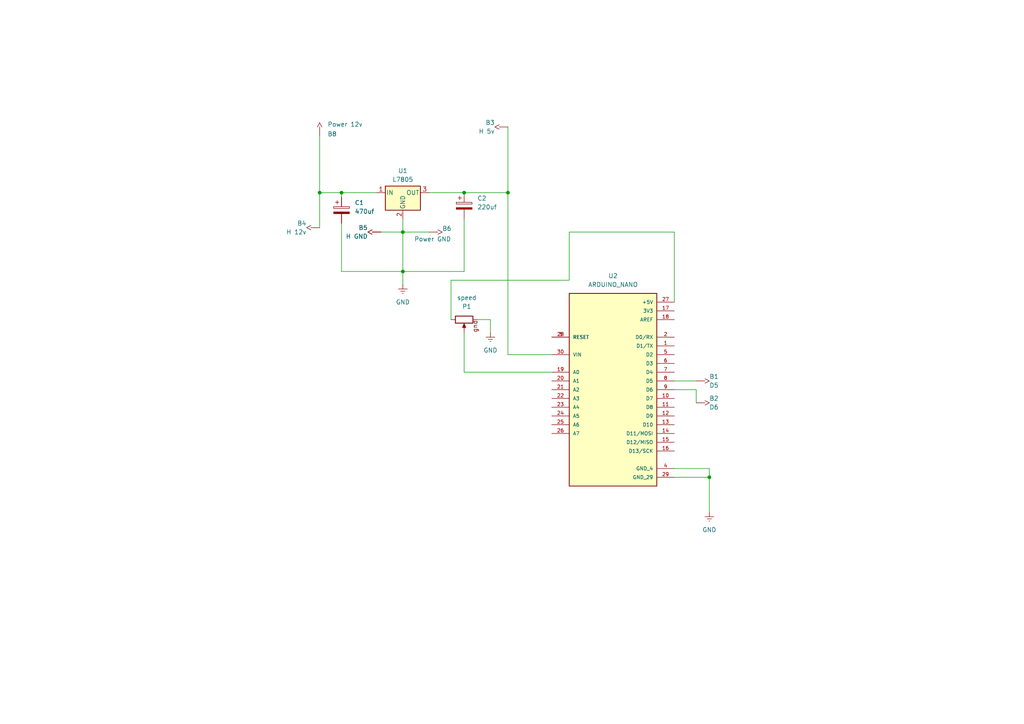
<source format=kicad_sch>
(kicad_sch (version 20250114) (generator "eeschema") (generator_version "9.0")
  (paper "A4")
  (lib_symbols
    (symbol "Arduino:ARDUINO_NANO" (pin_names (offset 1.016))
      (property "Reference" "U" (at -12.7 28.448 0))
      (property "Value" "ARDUINO_NANO" (at -12.7 -30.48 0))
      (symbol "ARDUINO_NANO_0_0"
        (rectangle (start -12.7 -27.94) (end 12.7 27.94) (stroke (width 0.254)) (fill (type background)))
        (pin input line (at -17.78 15.24 0) (length 5.08) (name "RESET") (number "28"))
        (pin input line (at -17.78 15.24 0) (length 5.08) (name "RESET") (number "3"))
        (pin input line (at -17.78 10.16 0) (length 5.08) (name "VIN") (number "30"))
        (pin input line (at -17.78 5.08 0) (length 5.08) (name "A0") (number "19"))
        (pin input line (at -17.78 2.54 0) (length 5.08) (name "A1") (number "20"))
        (pin input line (at -17.78 0 0) (length 5.08) (name "A2") (number "21"))
        (pin input line (at -17.78 -2.54 0) (length 5.08) (name "A3") (number "22"))
        (pin input line (at -17.78 -5.08 0) (length 5.08) (name "A4") (number "23"))
        (pin input line (at -17.78 -7.62 0) (length 5.08) (name "A5") (number "24"))
        (pin input line (at -17.78 -10.16 0) (length 5.08) (name "A6") (number "25"))
        (pin input line (at -17.78 -12.7 0) (length 5.08) (name "A7") (number "26"))
        (pin power_in line (at 17.78 25.4 180) (length 5.08) (name "+5V") (number "27"))
        (pin power_in line (at 17.78 22.86 180) (length 5.08) (name "3V3") (number "17"))
        (pin power_in line (at 17.78 20.32 180) (length 5.08) (name "AREF") (number "18"))
        (pin bidirectional line (at 17.78 15.24 180) (length 5.08) (name "D0/RX") (number "2"))
        (pin bidirectional line (at 17.78 12.7 180) (length 5.08) (name "D1/TX") (number "1"))
        (pin bidirectional line (at 17.78 10.16 180) (length 5.08) (name "D2") (number "5"))
        (pin bidirectional line (at 17.78 7.62 180) (length 5.08) (name "D3") (number "6"))
        (pin bidirectional line (at 17.78 5.08 180) (length 5.08) (name "D4") (number "7"))
        (pin bidirectional line (at 17.78 2.54 180) (length 5.08) (name "D5") (number "8"))
        (pin bidirectional line (at 17.78 0 180) (length 5.08) (name "D6") (number "9"))
        (pin bidirectional line (at 17.78 -2.54 180) (length 5.08) (name "D7") (number "10"))
        (pin bidirectional line (at 17.78 -5.08 180) (length 5.08) (name "D8") (number "11"))
        (pin bidirectional line (at 17.78 -7.62 180) (length 5.08) (name "D9") (number "12"))
        (pin bidirectional line (at 17.78 -10.16 180) (length 5.08) (name "D10") (number "13"))
        (pin bidirectional line (at 17.78 -12.7 180) (length 5.08) (name "D11/MOSI") (number "14"))
        (pin bidirectional line (at 17.78 -15.24 180) (length 5.08) (name "D12/MISO") (number "15"))
        (pin bidirectional line (at 17.78 -17.78 180) (length 5.08) (name "D13/SCK") (number "16"))
        (pin power_in line (at 17.78 -22.86 180) (length 5.08) (name "GND_4") (number "4"))
        (pin power_in line (at 17.78 -25.4 180) (length 5.08) (name "GND_29") (number "29"))
      )
    )
    (symbol "Pedals:Borne" (pin_numbers (hide yes)) (pin_names (hide yes))
      (property "Reference" "B" (at 0 2.794 0))
      (property "Value" "Borne" (at 0 1.524 0))
      (symbol "Borne_1_1"
        (pin passive clock (at 0 0 0) (length 2.54) (name "1") (number "1"))
      )
    )
    (symbol "Pedals:Capacitor Polarized" (pin_numbers (hide yes))
      (property "Reference" "C" (at 0 5.969 0))
      (property "Value" "Capacitor Polarized" (at 0 3.683 0))
      (symbol "Capacitor Polarized_0_1"
        (rectangle (start -0.508 -2.286) (end -1.016 2.286) (fill (type outline)))
        (rectangle (start 0.508 2.286) (end 1.016 -2.286))
        (polyline (pts (xy 2.286 1.778) (xy 2.286 0.762)))
        (polyline (pts (xy 2.794 1.27) (xy 1.778 1.27)))
      )
      (symbol "Capacitor Polarized_1_1"
        (pin passive line (at -3.81 0 0) (length 2.794) (name "~") (number "2"))
        (pin passive line (at 3.81 0 180) (length 2.794) (name "~") (number "1"))
      )
    )
    (symbol "Pedals:Potentiometer" (pin_numbers (hide yes))
      (property "Reference" "P" (at -2.921 0.762 0))
      (property "Value" "Potentiometer" (at -8.636 2.794 0))
      (symbol "Potentiometer_0_0"
        (text "gnd" (at 1.905 -3.175 0) (effects (font (size 1.27 1.27))))
      )
      (symbol "Potentiometer_0_1"
        (rectangle (start 1.016 2.54) (end -1.016 -2.54) (stroke (width 0.254)))
        (polyline (pts (xy 1.143 0) (xy 2.286 0.508) (xy 2.286 -0.508) (xy 1.143 0)) (fill (type outline)))
        (polyline (pts (xy 2.54 0) (xy 1.524 0)))
      )
      (symbol "Potentiometer_1_1"
        (pin passive line (at 0 3.81 270) (length 1.27) (name "") (number "1"))
        (pin passive line (at 0 -3.81 90) (length 1.27) (name "") (number "3"))
        (pin passive line (at 3.81 0 180) (length 1.27) (name "") (number "2"))
      )
    )
    (symbol "Regulator_Linear:L7805" (pin_names (offset 0.254))
      (property "Reference" "U" (at -3.81 3.175 0))
      (property "Value" "L7805" (at 0 3.175 0))
      (symbol "L7805_0_1"
        (rectangle (start -5.08 1.905) (end 5.08 -5.08) (stroke (width 0.254)) (fill (type background)))
      )
      (symbol "L7805_1_1"
        (pin power_in line (at -7.62 0 0) (length 2.54) (name "IN") (number "1"))
        (pin power_in line (at 0 -7.62 90) (length 2.54) (name "GND") (number "2"))
        (pin power_out line (at 7.62 0 180) (length 2.54) (name "OUT") (number "3"))
      )
    )
    (symbol "power:Earth" (power) (pin_numbers (hide yes)) (pin_names (offset 0) (hide yes))
      (property "Value" "Earth" (at 0 -3.81 0))
      (symbol "Earth_0_1"
        (polyline (pts (xy -0.635 -1.905) (xy 0.635 -1.905)))
        (polyline (pts (xy -0.127 -2.54) (xy 0.127 -2.54)))
        (polyline (pts (xy 0 -1.27) (xy 0 0)))
        (polyline (pts (xy 1.27 -1.27) (xy -1.27 -1.27)))
      )
      (symbol "Earth_1_1"
        (pin power_in line (at 0 0 270) (length 0) (name "~") (number "1"))
      )
    )
  )
  (junction (at 99.06 55.88))
  (junction (at 116.84 78.74))
  (junction (at 134.62 55.88))
  (junction (at 147.32 55.88))
  (junction (at 92.71 55.88))
  (junction (at 205.74 138.43))
  (junction (at 116.84 67.31))
  (wire (pts (xy 116.84 63.5) (xy 116.84 67.31)))
  (wire (pts (xy 160.02 102.87) (xy 147.32 102.87)))
  (wire (pts (xy 205.74 135.89) (xy 205.74 138.43)))
  (wire (pts (xy 116.84 67.31) (xy 116.84 78.74)))
  (wire (pts (xy 110.49 67.31) (xy 116.84 67.31)))
  (wire (pts (xy 99.06 78.74) (xy 116.84 78.74)))
  (wire (pts (xy 134.62 63.5) (xy 134.62 78.74)))
  (wire (pts (xy 205.74 138.43) (xy 205.74 148.59)))
  (wire (pts (xy 99.06 64.77) (xy 99.06 78.74)))
  (wire (pts (xy 165.1 81.28) (xy 165.1 67.31)))
  (wire (pts (xy 138.43 92.71) (xy 142.24 92.71)))
  (wire (pts (xy 99.06 55.88) (xy 99.06 57.15)))
  (wire (pts (xy 195.58 138.43) (xy 205.74 138.43)))
  (wire (pts (xy 92.71 39.37) (xy 92.71 55.88)))
  (wire (pts (xy 160.02 107.95) (xy 134.62 107.95)))
  (wire (pts (xy 147.32 55.88) (xy 147.32 102.87)))
  (wire (pts (xy 195.58 113.03) (xy 201.93 113.03)))
  (wire (pts (xy 134.62 107.95) (xy 134.62 96.52)))
  (wire (pts (xy 116.84 67.31) (xy 124.46 67.31)))
  (wire (pts (xy 147.32 36.83) (xy 147.32 55.88)))
  (wire (pts (xy 130.81 81.28) (xy 165.1 81.28)))
  (wire (pts (xy 130.81 92.71) (xy 130.81 81.28)))
  (wire (pts (xy 195.58 135.89) (xy 205.74 135.89)))
  (wire (pts (xy 116.84 78.74) (xy 116.84 82.55)))
  (wire (pts (xy 165.1 67.31) (xy 195.58 67.31)))
  (wire (pts (xy 195.58 110.49) (xy 201.93 110.49)))
  (wire (pts (xy 195.58 67.31) (xy 195.58 87.63)))
  (wire (pts (xy 124.46 55.88) (xy 134.62 55.88)))
  (wire (pts (xy 92.71 55.88) (xy 99.06 55.88)))
  (wire (pts (xy 201.93 113.03) (xy 201.93 116.84)))
  (wire (pts (xy 134.62 78.74) (xy 116.84 78.74)))
  (wire (pts (xy 99.06 55.88) (xy 109.22 55.88)))
  (wire (pts (xy 142.24 92.71) (xy 142.24 96.52)))
  (wire (pts (xy 92.71 55.88) (xy 92.71 66.04)))
  (wire (pts (xy 134.62 55.88) (xy 147.32 55.88)))
  (symbol (lib_id "Pedals:Borne") (at 110.49 67.31 0) (mirror y) (unit 1)
    (property "Reference" "B5" (at 106.68 66.0399 0) (effects (justify left)))
    (property "Value" "H GND" (at 106.68 68.5799 0) (effects (justify left)))
    (property "Footprint" "Pedals:Borne" (effects (hide yes)))
  )
  (symbol (lib_id "Pedals:Potentiometer") (at 134.62 92.71 90) (mirror x) (unit 1)
    (property "Reference" "P1" (at 135.3848 88.9 90))
    (property "Value" "speed" (at 135.3848 86.36 90))
    (property "Footprint" "Pedals:Potentiometer" (effects (hide yes)))
  )
  (symbol (lib_id "Pedals:Borne") (at 124.46 67.31 0) (unit 1)
    (property "Reference" "B6" (at 128.27 66.294 0) (effects (justify left)))
    (property "Value" "Power GND" (at 120.142 69.342 0) (effects (justify left)))
    (property "Footprint" "Pedals:Borne" (effects (hide yes)))
  )
  (symbol (lib_id "power:Earth") (at 116.84 82.55 0) (unit 1)
    (property "Reference" "#PWR02" (effects (hide yes)))
    (property "Value" "GND" (at 116.84 87.63 0))
    (property "Description" "Power symbol creates a global label with name \"Earth\"" (effects (hide yes)))
  )
  (symbol (lib_id "Arduino:ARDUINO_NANO") (at 177.8 113.03 0) (unit 1)
    (property "Reference" "U2" (at 177.8 80.01 0))
    (property "Value" "ARDUINO_NANO" (at 177.8 82.55 0))
    (property "Footprint" "Arduino:ARDUINO_NANO" (effects (hide yes)))
    (property "MF" "Arduino" (effects (hide yes)))
    (property "Description_1" "Small, complete, and breadboard-friendly board based on the ATmega328 (Arduino Nano 3.x)" (effects (hide yes)))
    (property "Package" "Non-Standard Arduino" (effects (hide yes)))
    (property "Price" "None" (effects (hide yes)))
    (property "Check_prices" "https://www.snapeda.com/parts/Arduino%20Nano/Arduino/view-part/?ref=eda" (effects (hide yes)))
    (property "STANDARD" "Manufacturer Recommendations" (effects (hide yes)))
    (property "PARTREV" "30/06/2021" (effects (hide yes)))
    (property "SnapEDA_Link" "https://www.snapeda.com/parts/Arduino%20Nano/Arduino/view-part/?ref=snap" (effects (hide yes)))
    (property "MP" "Arduino Nano" (effects (hide yes)))
    (property "Availability" "Not in stock" (effects (hide yes)))
    (property "MANUFACTURER" "ARDUINO" (effects (hide yes)))
  )
  (symbol (lib_id "Pedals:Capacitor Polarized") (at 134.62 59.69 90) (unit 1)
    (property "Reference" "C2" (at 138.43 57.5309 90) (effects (justify right)))
    (property "Value" "220uf" (at 138.43 60.0709 90) (effects (justify right)))
    (property "Footprint" "Pedals:Capacitor Polarized" (effects (hide yes)))
  )
  (symbol (lib_id "Pedals:Borne") (at 201.93 116.84 0) (unit 1)
    (property "Reference" "B2" (at 205.74 115.5699 0) (effects (justify left)))
    (property "Value" "D6" (at 205.74 118.1099 0) (effects (justify left)))
    (property "Footprint" "Pedals:Borne" (effects (hide yes)))
  )
  (symbol (lib_id "Pedals:Borne") (at 92.71 66.04 0) (mirror y) (unit 1)
    (property "Reference" "B4" (at 88.9 64.7699 0) (effects (justify left)))
    (property "Value" "H 12v" (at 88.9 67.3099 0) (effects (justify left)))
    (property "Footprint" "Pedals:Borne" (effects (hide yes)))
  )
  (symbol (lib_id "Pedals:Borne") (at 201.93 110.49 0) (unit 1)
    (property "Reference" "B1" (at 205.74 109.2199 0) (effects (justify left)))
    (property "Value" "D5" (at 205.74 111.7599 0) (effects (justify left)))
    (property "Footprint" "Pedals:Borne" (effects (hide yes)))
  )
  (symbol (lib_id "Pedals:Borne") (at 147.32 36.83 0) (mirror y) (unit 1)
    (property "Reference" "B3" (at 143.51 35.5599 0) (effects (justify left)))
    (property "Value" "H 5v" (at 143.51 38.0999 0) (effects (justify left)))
    (property "Footprint" "Pedals:Borne" (effects (hide yes)))
  )
  (symbol (lib_id "power:Earth") (at 205.74 148.59 0) (unit 1)
    (property "Reference" "#PWR04" (effects (hide yes)))
    (property "Value" "GND" (at 205.74 153.67 0))
    (property "Description" "Power symbol creates a global label with name \"Earth\"" (effects (hide yes)))
  )
  (symbol (lib_id "Pedals:Borne") (at 92.71 39.37 270) (mirror x) (unit 1)
    (property "Reference" "B8" (at 94.996 38.862 90) (effects (justify left)))
    (property "Value" "Power 12v" (at 94.996 36.068 90) (effects (justify left)))
    (property "Footprint" "Pedals:Borne" (effects (hide yes)))
  )
  (symbol (lib_id "Pedals:Capacitor Polarized") (at 99.06 60.96 90) (unit 1)
    (property "Reference" "C1" (at 102.87 58.8009 90) (effects (justify right)))
    (property "Value" "470uf" (at 102.87 61.3409 90) (effects (justify right)))
    (property "Footprint" "Pedals:Capacitor Polarized" (effects (hide yes)))
  )
  (symbol (lib_id "power:Earth") (at 142.24 96.52 0) (unit 1)
    (property "Reference" "#PWR03" (effects (hide yes)))
    (property "Value" "GND" (at 142.24 101.6 0))
    (property "Description" "Power symbol creates a global label with name \"Earth\"" (effects (hide yes)))
  )
  (symbol (lib_id "Regulator_Linear:L7805") (at 116.84 55.88 0) (unit 1)
    (property "Reference" "U1" (at 116.84 49.53 0))
    (property "Value" "L7805" (at 116.84 52.07 0))
    (property "Footprint" "Package_TO_SOT_THT:TO-220-3_Vertical" (effects (hide yes)))
    (property "Datasheet" "http://www.st.com/content/ccc/resource/technical/document/datasheet/41/4f/b3/b0/12/d4/47/88/CD00000444.pdf/files/CD00000444.pdf/jcr:content/translations/en.CD00000444.pdf" (effects (hide yes)))
    (property "Description" "Positive 1.5A 35V Linear Regulator, Fixed Output 5V, TO-220/TO-263/TO-252" (effects (hide yes)))
  )
)
</source>
